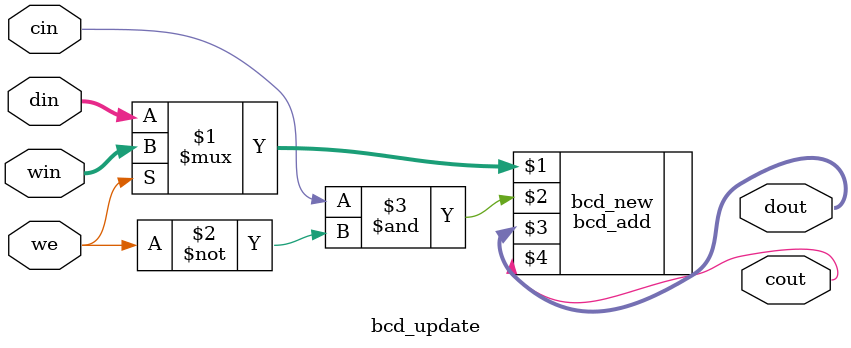
<source format=sv>

`default_nettype none

module bcd_update #(
    parameter  MAX = 9,
    localparam WID = $clog2(MAX + 1)
)(
    input  logic           we,    // Write enable
    input  logic [WID-1:0] win,   // Write data
    input  logic [WID-1:0] din,   // Current value
    input  logic           cin,   // Carry in
    output logic [WID-1:0] dout,  // New value
    output logic           cout   // Carry out
);

    // Write has priority over add.
    bcd_add #(MAX) bcd_new (we ? win : din, cin & ~we, dout, cout);
endmodule

</source>
